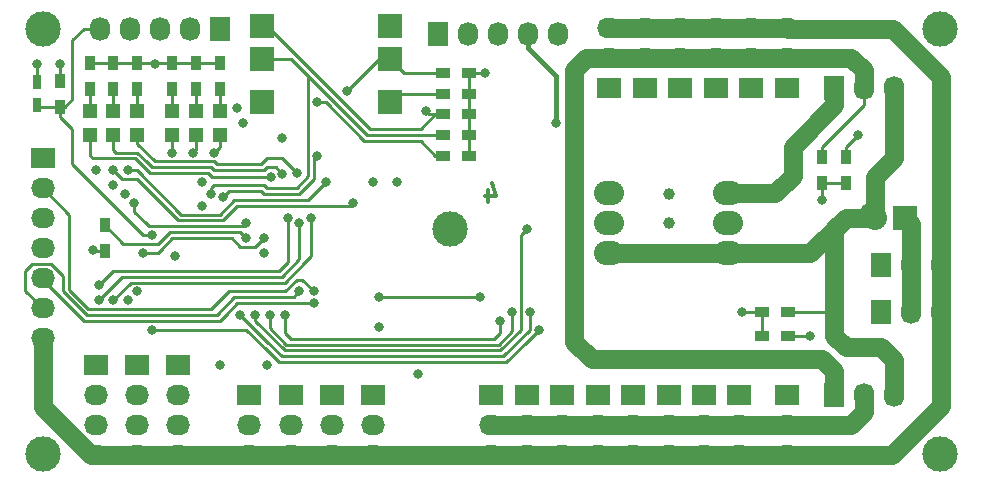
<source format=gbr>
G04 #@! TF.FileFunction,Copper,L4,Bot,Signal*
%FSLAX46Y46*%
G04 Gerber Fmt 4.6, Leading zero omitted, Abs format (unit mm)*
G04 Created by KiCad (PCBNEW 4.0.0-rc1-stable) date 19/11/2015 21:53:00*
%MOMM*%
G01*
G04 APERTURE LIST*
%ADD10C,0.100000*%
%ADD11C,0.300000*%
%ADD12R,0.750000X1.200000*%
%ADD13R,1.727200X2.032000*%
%ADD14O,1.727200X2.032000*%
%ADD15R,1.198880X1.198880*%
%ADD16C,3.000000*%
%ADD17R,2.032000X1.727200*%
%ADD18O,2.032000X1.727200*%
%ADD19R,1.200000X0.900000*%
%ADD20R,0.900000X1.200000*%
%ADD21R,2.100000X2.100000*%
%ADD22O,2.540000X2.032000*%
%ADD23R,2.032000X2.032000*%
%ADD24O,2.032000X2.032000*%
%ADD25C,0.800000*%
%ADD26C,1.000000*%
%ADD27C,0.250000*%
%ADD28C,1.600000*%
%ADD29C,0.400000*%
G04 APERTURE END LIST*
D10*
D11*
X164714285Y-70678571D02*
X164714285Y-71678571D01*
X165071428Y-70107143D02*
X165428571Y-71178571D01*
X164499999Y-71178571D01*
D12*
X126500000Y-63450000D03*
X126500000Y-61550000D03*
D13*
X198000000Y-77000000D03*
D14*
X200540000Y-77000000D03*
X203080000Y-77000000D03*
D15*
X131000000Y-63950980D03*
X131000000Y-66049020D03*
X133000000Y-63950980D03*
X133000000Y-66049020D03*
X135000000Y-63950980D03*
X135000000Y-66049020D03*
X138000000Y-63950980D03*
X138000000Y-66049020D03*
X140000000Y-63950980D03*
X140000000Y-66049020D03*
X142000000Y-63950980D03*
X142000000Y-66049020D03*
D13*
X160500000Y-57500000D03*
D14*
X163040000Y-57500000D03*
X165580000Y-57500000D03*
X168120000Y-57500000D03*
X170660000Y-57500000D03*
D16*
X161500000Y-74000000D03*
D17*
X144500000Y-88000000D03*
D18*
X144500000Y-90540000D03*
X144500000Y-93080000D03*
D17*
X148000000Y-88000000D03*
D18*
X148000000Y-90540000D03*
X148000000Y-93080000D03*
D17*
X151500000Y-88000000D03*
D18*
X151500000Y-90540000D03*
X151500000Y-93080000D03*
D17*
X155000000Y-88000000D03*
D18*
X155000000Y-90540000D03*
X155000000Y-93080000D03*
D16*
X127000000Y-57000000D03*
X203000000Y-57000000D03*
X203000000Y-93000000D03*
X127000000Y-93000000D03*
D13*
X198000000Y-81000000D03*
D14*
X200540000Y-81000000D03*
X203080000Y-81000000D03*
D19*
X163100000Y-62500000D03*
X160900000Y-62500000D03*
D20*
X193000000Y-67900000D03*
X193000000Y-70100000D03*
X131000000Y-59900000D03*
X131000000Y-62100000D03*
X133000000Y-59900000D03*
X133000000Y-62100000D03*
D19*
X190100000Y-81000000D03*
X187900000Y-81000000D03*
X187900000Y-83000000D03*
X190100000Y-83000000D03*
D20*
X132250000Y-73650000D03*
X132250000Y-75850000D03*
X128500000Y-61400000D03*
X128500000Y-63600000D03*
X195000000Y-70100000D03*
X195000000Y-67900000D03*
X135000000Y-59900000D03*
X135000000Y-62100000D03*
X138000000Y-59900000D03*
X138000000Y-62100000D03*
X140000000Y-59900000D03*
X140000000Y-62100000D03*
X142000000Y-59900000D03*
X142000000Y-62100000D03*
D17*
X187000000Y-62000000D03*
D18*
X187000000Y-59460000D03*
X187000000Y-56920000D03*
D17*
X184000000Y-62000000D03*
D18*
X184000000Y-59460000D03*
X184000000Y-56920000D03*
D17*
X181000000Y-62000000D03*
D18*
X181000000Y-59460000D03*
X181000000Y-56920000D03*
D17*
X178000000Y-62000000D03*
D18*
X178000000Y-59460000D03*
X178000000Y-56920000D03*
D17*
X175000000Y-62000000D03*
D18*
X175000000Y-59460000D03*
X175000000Y-56920000D03*
D17*
X190000000Y-62000000D03*
D18*
X190000000Y-59460000D03*
X190000000Y-56920000D03*
D17*
X177000000Y-88000000D03*
D18*
X177000000Y-90540000D03*
X177000000Y-93080000D03*
D17*
X180000000Y-88000000D03*
D18*
X180000000Y-90540000D03*
X180000000Y-93080000D03*
D17*
X183000000Y-88000000D03*
D18*
X183000000Y-90540000D03*
X183000000Y-93080000D03*
D17*
X186000000Y-88000000D03*
D18*
X186000000Y-90540000D03*
X186000000Y-93080000D03*
D17*
X165000000Y-88000000D03*
D18*
X165000000Y-90540000D03*
X165000000Y-93080000D03*
D17*
X168000000Y-88000000D03*
D18*
X168000000Y-90540000D03*
X168000000Y-93080000D03*
D17*
X171000000Y-88000000D03*
D18*
X171000000Y-90540000D03*
X171000000Y-93080000D03*
D17*
X174000000Y-88000000D03*
D18*
X174000000Y-90540000D03*
X174000000Y-93080000D03*
D17*
X190000000Y-88000000D03*
D18*
X190000000Y-90540000D03*
X190000000Y-93080000D03*
D13*
X194000000Y-62000000D03*
D14*
X196540000Y-62000000D03*
X199080000Y-62000000D03*
D13*
X194000000Y-88000000D03*
D14*
X196540000Y-88000000D03*
X199080000Y-88000000D03*
D17*
X127000000Y-68000000D03*
D18*
X127000000Y-70540000D03*
X127000000Y-73080000D03*
X127000000Y-75620000D03*
X127000000Y-78160000D03*
X127000000Y-80700000D03*
X127000000Y-83240000D03*
D13*
X142000000Y-57000000D03*
D14*
X139460000Y-57000000D03*
X136920000Y-57000000D03*
X134380000Y-57000000D03*
X131840000Y-57000000D03*
D19*
X163100000Y-67750000D03*
X160900000Y-67750000D03*
X163100000Y-66000000D03*
X160900000Y-66000000D03*
X163100000Y-64250000D03*
X160900000Y-64250000D03*
X163100000Y-60750000D03*
X160900000Y-60750000D03*
D21*
X145600000Y-56750000D03*
X156400000Y-56750000D03*
X145600000Y-59550000D03*
X156400000Y-59550000D03*
X156400000Y-63250000D03*
X145600000Y-63250000D03*
D22*
X185000000Y-73500000D03*
X185000000Y-70960000D03*
X185000000Y-76040000D03*
X175000000Y-73500000D03*
X175000000Y-70960000D03*
X175000000Y-76040000D03*
D23*
X200000000Y-73000000D03*
D24*
X197460000Y-73000000D03*
D17*
X138500000Y-85500000D03*
D18*
X138500000Y-88040000D03*
X138500000Y-90580000D03*
X138500000Y-93120000D03*
D17*
X135000000Y-85500000D03*
D18*
X135000000Y-88040000D03*
X135000000Y-90580000D03*
X135000000Y-93120000D03*
D17*
X131500000Y-85500000D03*
D18*
X131500000Y-88040000D03*
X131500000Y-90580000D03*
X131500000Y-93120000D03*
D25*
X145750000Y-76000000D03*
X158750000Y-86250000D03*
X131250000Y-75750000D03*
D26*
X180000000Y-73500000D03*
D25*
X134000000Y-71000000D03*
X147250000Y-66250000D03*
X131500000Y-69000000D03*
X135000000Y-79250000D03*
X140500000Y-70000000D03*
X142000000Y-85500000D03*
X157000000Y-70000000D03*
X126500000Y-60000000D03*
X192000000Y-83000000D03*
X196000000Y-66000000D03*
X155500000Y-82250000D03*
D26*
X180000000Y-71000000D03*
D25*
X133000000Y-70250000D03*
X144000000Y-65000000D03*
X164500000Y-60750000D03*
X134250000Y-80000000D03*
X143500000Y-63750000D03*
X140500000Y-72000000D03*
X146000000Y-85500000D03*
X155000000Y-70000000D03*
X128500000Y-60000000D03*
X136500000Y-60000000D03*
X136250000Y-74500000D03*
X146300000Y-69600000D03*
X147300000Y-69300000D03*
X134750000Y-71750000D03*
X144250000Y-73500000D03*
X145750000Y-74750000D03*
X135500000Y-76000000D03*
X144250000Y-74750000D03*
X168250000Y-81000000D03*
X143750000Y-81250000D03*
X166750000Y-81000000D03*
X146250000Y-81250000D03*
X155500000Y-79750000D03*
X164000000Y-79750000D03*
X150000000Y-79250000D03*
X150000000Y-80250000D03*
X134250000Y-69000000D03*
X151000000Y-70000000D03*
X133000000Y-69000000D03*
X153250000Y-71750000D03*
X186250000Y-81000000D03*
X169000000Y-82500000D03*
X136250000Y-82500000D03*
X138250000Y-76250000D03*
X150250000Y-63250000D03*
X141250000Y-71000000D03*
X150250000Y-67750000D03*
X142250000Y-71250000D03*
X159500000Y-64000000D03*
X152750000Y-62250000D03*
X148500000Y-69250000D03*
X138000000Y-67500000D03*
X139750000Y-67500000D03*
X141500000Y-67500000D03*
X170500000Y-65000000D03*
X168000000Y-74000000D03*
X145000000Y-81250000D03*
X133000000Y-80000000D03*
X149750000Y-73000000D03*
X131750000Y-80000000D03*
X148750000Y-73500000D03*
X131750000Y-78750000D03*
X147750000Y-73000000D03*
X148750000Y-79250000D03*
X165750000Y-81750000D03*
X193000000Y-71500000D03*
X147500000Y-81250000D03*
D27*
X160900000Y-62500000D02*
X157150000Y-62500000D01*
X157150000Y-62500000D02*
X156400000Y-63250000D01*
X132250000Y-75850000D02*
X131350000Y-75850000D01*
X131350000Y-75850000D02*
X131250000Y-75750000D01*
D28*
X132500000Y-93080000D02*
X131080000Y-93080000D01*
X127000000Y-89000000D02*
X127000000Y-83240000D01*
X131080000Y-93080000D02*
X127000000Y-89000000D01*
X136000000Y-93080000D02*
X132500000Y-93080000D01*
X139500000Y-93080000D02*
X136000000Y-93080000D01*
X143000000Y-93080000D02*
X139500000Y-93080000D01*
X149500000Y-93080000D02*
X143000000Y-93080000D01*
X154000000Y-93080000D02*
X149500000Y-93080000D01*
X158500000Y-93080000D02*
X154000000Y-93080000D01*
X165000000Y-93080000D02*
X158500000Y-93080000D01*
D27*
X126500000Y-61550000D02*
X126500000Y-60000000D01*
X190100000Y-83000000D02*
X192000000Y-83000000D01*
X195000000Y-67900000D02*
X195000000Y-67000000D01*
X195000000Y-67000000D02*
X196000000Y-66000000D01*
D28*
X175000000Y-56920000D02*
X190000000Y-56920000D01*
X190000000Y-56920000D02*
X190080000Y-57000000D01*
X190080000Y-57000000D02*
X199000000Y-57000000D01*
X199000000Y-57000000D02*
X203080000Y-61080000D01*
X203080000Y-61080000D02*
X203080000Y-77000000D01*
X165000000Y-93080000D02*
X198920000Y-93080000D01*
X203080000Y-88920000D02*
X203080000Y-84000000D01*
X203080000Y-84000000D02*
X203080000Y-77000000D01*
X198920000Y-93080000D02*
X203080000Y-88920000D01*
D27*
X163100000Y-60750000D02*
X164500000Y-60750000D01*
X163100000Y-62500000D02*
X163100000Y-60750000D01*
X163100000Y-66000000D02*
X163100000Y-67750000D01*
X163100000Y-64250000D02*
X163100000Y-66000000D01*
X163100000Y-62500000D02*
X163100000Y-64250000D01*
X128500000Y-61400000D02*
X128500000Y-60000000D01*
X135000000Y-59900000D02*
X136400000Y-59900000D01*
X136400000Y-59900000D02*
X136500000Y-60000000D01*
X142000000Y-59900000D02*
X140000000Y-59900000D01*
X140000000Y-59900000D02*
X138000000Y-59900000D01*
X138000000Y-59900000D02*
X135000000Y-59900000D01*
X135000000Y-59900000D02*
X133000000Y-59900000D01*
X133000000Y-59900000D02*
X131000000Y-59900000D01*
X136250000Y-74500000D02*
X135500000Y-74500000D01*
X135500000Y-74500000D02*
X134500000Y-73500000D01*
X128500000Y-64500000D02*
X129500000Y-65500000D01*
X129500000Y-65500000D02*
X129500000Y-68500000D01*
X129500000Y-68500000D02*
X134500000Y-73500000D01*
X128500000Y-64500000D02*
X128500000Y-63600000D01*
X128500000Y-63600000D02*
X128900000Y-63600000D01*
X128900000Y-63600000D02*
X129500000Y-63000000D01*
X130500000Y-57000000D02*
X131840000Y-57000000D01*
X129500000Y-58000000D02*
X130500000Y-57000000D01*
X129500000Y-63000000D02*
X129500000Y-58000000D01*
X128500000Y-63600000D02*
X126650000Y-63600000D01*
X126650000Y-63600000D02*
X126500000Y-63450000D01*
X131840000Y-57000000D02*
X131000000Y-57000000D01*
X128900000Y-63600000D02*
X128000000Y-63600000D01*
X131000000Y-62100000D02*
X131000000Y-63950980D01*
X133000000Y-68000000D02*
X134863602Y-68000000D01*
X134863602Y-68000000D02*
X136113602Y-69250000D01*
X146300000Y-69600000D02*
X141350000Y-69600000D01*
X141000000Y-69250000D02*
X136113602Y-69250000D01*
X141350000Y-69600000D02*
X141000000Y-69250000D01*
X131000000Y-67750000D02*
X131000000Y-66049020D01*
X131250000Y-68000000D02*
X131000000Y-67750000D01*
X133000000Y-68000000D02*
X131250000Y-68000000D01*
X133000000Y-62100000D02*
X133000000Y-63950980D01*
X147300000Y-69300000D02*
X146750000Y-68750000D01*
X136250000Y-68750000D02*
X135750000Y-68250000D01*
X141250000Y-68750000D02*
X136250000Y-68750000D01*
X141500000Y-69000000D02*
X141250000Y-68750000D01*
X145750000Y-69000000D02*
X141500000Y-69000000D01*
X146000000Y-68750000D02*
X145750000Y-69000000D01*
X146750000Y-68750000D02*
X146000000Y-68750000D01*
X133000000Y-67250000D02*
X133000000Y-66049020D01*
X133250000Y-67500000D02*
X133000000Y-67250000D01*
X135000000Y-67500000D02*
X133250000Y-67500000D01*
X135750000Y-68250000D02*
X135000000Y-67500000D01*
X142000000Y-73750000D02*
X144000000Y-73750000D01*
X144000000Y-73750000D02*
X144250000Y-73500000D01*
X136000000Y-73750000D02*
X135750000Y-73500000D01*
X142000000Y-73750000D02*
X136000000Y-73750000D01*
X134750000Y-72500000D02*
X134750000Y-71750000D01*
X135750000Y-73500000D02*
X134750000Y-72500000D01*
X141500000Y-74750000D02*
X143000000Y-74750000D01*
X143000000Y-74750000D02*
X143750000Y-75500000D01*
X145750000Y-74750000D02*
X145000000Y-75500000D01*
X145000000Y-75500000D02*
X143750000Y-75500000D01*
X137000000Y-75750000D02*
X136750000Y-76000000D01*
X136750000Y-76000000D02*
X135500000Y-76000000D01*
X138000000Y-74750000D02*
X137000000Y-75750000D01*
X141500000Y-74750000D02*
X138000000Y-74750000D01*
X142250000Y-74250000D02*
X143750000Y-74250000D01*
X143750000Y-74250000D02*
X144250000Y-74750000D01*
X133850000Y-75250000D02*
X132250000Y-73650000D01*
X136750000Y-75250000D02*
X133850000Y-75250000D01*
X137750000Y-74250000D02*
X136750000Y-75250000D01*
X142250000Y-74250000D02*
X137750000Y-74250000D01*
X146000000Y-83500000D02*
X147250000Y-84750000D01*
X168250000Y-82500000D02*
X168250000Y-81000000D01*
X166000000Y-84750000D02*
X168250000Y-82500000D01*
X147250000Y-84750000D02*
X166000000Y-84750000D01*
X146000000Y-83500000D02*
X143750000Y-81250000D01*
X146250000Y-81250000D02*
X146250000Y-82363602D01*
X166750000Y-82613602D02*
X166750000Y-81000000D01*
X165613602Y-83750000D02*
X166750000Y-82613602D01*
X147636398Y-83750000D02*
X165613602Y-83750000D01*
X146250000Y-82363602D02*
X147636398Y-83750000D01*
X155500000Y-79750000D02*
X164000000Y-79750000D01*
D28*
X186000000Y-90540000D02*
X190000000Y-90540000D01*
X183000000Y-90540000D02*
X186000000Y-90540000D01*
X183000000Y-90540000D02*
X180000000Y-90540000D01*
X177000000Y-90540000D02*
X180000000Y-90540000D01*
X177000000Y-90540000D02*
X174000000Y-90540000D01*
X171000000Y-90540000D02*
X174000000Y-90540000D01*
X168000000Y-90540000D02*
X171000000Y-90540000D01*
X165000000Y-90540000D02*
X168000000Y-90540000D01*
X190000000Y-90540000D02*
X195460000Y-90540000D01*
X195460000Y-90540000D02*
X196540000Y-89460000D01*
X196540000Y-89460000D02*
X196540000Y-88000000D01*
X165000000Y-90540000D02*
X190000000Y-90540000D01*
D27*
X148500000Y-78250000D02*
X149000000Y-78250000D01*
X149000000Y-78250000D02*
X150000000Y-79250000D01*
X142750000Y-79250000D02*
X147500000Y-79250000D01*
X147500000Y-79250000D02*
X148500000Y-78250000D01*
X141750000Y-80250000D02*
X141250000Y-80750000D01*
X129250000Y-72790000D02*
X127000000Y-70540000D01*
X129250000Y-79113602D02*
X129250000Y-72790000D01*
X130886398Y-80750000D02*
X129250000Y-79113602D01*
X141250000Y-80750000D02*
X130886398Y-80750000D01*
X142750000Y-79250000D02*
X141750000Y-80250000D01*
X142500000Y-81250000D02*
X142000000Y-81750000D01*
X130500000Y-81750000D02*
X127000000Y-78250000D01*
X135000000Y-81750000D02*
X130500000Y-81750000D01*
X142000000Y-81750000D02*
X135000000Y-81750000D01*
X127000000Y-78250000D02*
X127000000Y-78160000D01*
X150000000Y-80250000D02*
X143500000Y-80250000D01*
X143500000Y-80250000D02*
X142500000Y-81250000D01*
X135000000Y-69000000D02*
X134250000Y-69000000D01*
X138750000Y-72750000D02*
X135000000Y-69000000D01*
X142000000Y-72750000D02*
X138750000Y-72750000D01*
X143250000Y-71500000D02*
X142000000Y-72750000D01*
X149500000Y-71500000D02*
X143250000Y-71500000D01*
X151000000Y-70000000D02*
X149500000Y-71500000D01*
X148000000Y-72000000D02*
X143500000Y-72000000D01*
X143500000Y-72000000D02*
X142250000Y-73250000D01*
X142250000Y-73250000D02*
X138500000Y-73250000D01*
X138500000Y-73250000D02*
X135000000Y-69750000D01*
X135000000Y-69750000D02*
X133750000Y-69750000D01*
X133750000Y-69750000D02*
X133000000Y-69000000D01*
X153000000Y-72000000D02*
X153250000Y-71750000D01*
X148000000Y-72000000D02*
X153000000Y-72000000D01*
X146000000Y-84250000D02*
X147000000Y-85250000D01*
X166250000Y-85250000D02*
X168000000Y-83500000D01*
X147000000Y-85250000D02*
X166250000Y-85250000D01*
X168000000Y-83500000D02*
X169000000Y-82500000D01*
X186250000Y-81000000D02*
X187900000Y-81000000D01*
X146000000Y-84250000D02*
X144250000Y-82500000D01*
X144250000Y-82500000D02*
X141500000Y-82500000D01*
X136250000Y-82500000D02*
X141500000Y-82500000D01*
X187900000Y-81000000D02*
X187900000Y-83000000D01*
X150250000Y-63250000D02*
X150750000Y-63250000D01*
X159000000Y-66500000D02*
X157000000Y-66500000D01*
X160250000Y-67750000D02*
X159000000Y-66500000D01*
X160900000Y-67750000D02*
X160250000Y-67750000D01*
X151000000Y-63250000D02*
X154250000Y-66500000D01*
X154250000Y-66500000D02*
X157000000Y-66500000D01*
X150750000Y-63250000D02*
X151000000Y-63250000D01*
X149500000Y-64250000D02*
X149500000Y-61000000D01*
X141250000Y-71000000D02*
X141250000Y-70500000D01*
X141250000Y-70500000D02*
X141500000Y-70250000D01*
X141500000Y-70250000D02*
X145750000Y-70250000D01*
X145750000Y-70250000D02*
X146000000Y-70500000D01*
X146000000Y-70500000D02*
X147250000Y-70500000D01*
X147250000Y-70500000D02*
X148500000Y-70500000D01*
X148500000Y-70500000D02*
X149500000Y-69500000D01*
X149500000Y-69500000D02*
X149500000Y-64250000D01*
X149500000Y-61000000D02*
X149000000Y-60500000D01*
X145600000Y-59550000D02*
X148050000Y-59550000D01*
X154500000Y-66000000D02*
X160900000Y-66000000D01*
X148050000Y-59550000D02*
X149000000Y-60500000D01*
X149000000Y-60500000D02*
X154500000Y-66000000D01*
X150000000Y-69750000D02*
X149750000Y-70000000D01*
X150000000Y-68000000D02*
X150000000Y-69750000D01*
X150250000Y-67750000D02*
X150000000Y-68000000D01*
X142250000Y-71250000D02*
X142750000Y-70750000D01*
X142750000Y-70750000D02*
X145500000Y-70750000D01*
X145500000Y-70750000D02*
X145750000Y-71000000D01*
X145750000Y-71000000D02*
X148750000Y-71000000D01*
X148750000Y-71000000D02*
X149750000Y-70000000D01*
X159750000Y-64250000D02*
X160900000Y-64250000D01*
X159500000Y-64000000D02*
X159750000Y-64250000D01*
X145600000Y-56750000D02*
X146000000Y-56750000D01*
X146000000Y-56750000D02*
X154750000Y-65500000D01*
X160250000Y-64250000D02*
X160900000Y-64250000D01*
X159000000Y-65500000D02*
X160250000Y-64250000D01*
X154750000Y-65500000D02*
X159000000Y-65500000D01*
X152750000Y-62250000D02*
X155450000Y-59550000D01*
X155450000Y-59550000D02*
X156400000Y-59550000D01*
X160900000Y-60750000D02*
X157600000Y-60750000D01*
X157600000Y-60750000D02*
X156400000Y-59550000D01*
X135000000Y-62100000D02*
X135000000Y-63950980D01*
X147250000Y-68000000D02*
X146000000Y-68000000D01*
X135000000Y-66750000D02*
X135000000Y-66049020D01*
X136500000Y-68250000D02*
X135000000Y-66750000D01*
X141500000Y-68250000D02*
X136500000Y-68250000D01*
X141750000Y-68500000D02*
X141500000Y-68250000D01*
X145500000Y-68500000D02*
X141750000Y-68500000D01*
X146000000Y-68000000D02*
X145500000Y-68500000D01*
X148500000Y-69250000D02*
X147250000Y-68000000D01*
X138000000Y-62100000D02*
X138000000Y-63950980D01*
X138000000Y-67500000D02*
X138000000Y-66049020D01*
X140000000Y-62100000D02*
X140000000Y-63950980D01*
X140000000Y-67250000D02*
X140000000Y-66049020D01*
X139750000Y-67500000D02*
X140000000Y-67250000D01*
X140000000Y-66500000D02*
X140000000Y-66049020D01*
X142000000Y-62100000D02*
X142000000Y-63950980D01*
X142000000Y-67000000D02*
X142000000Y-66049020D01*
X141500000Y-67500000D02*
X142000000Y-67000000D01*
D29*
X168120000Y-58620000D02*
X170500000Y-61000000D01*
X170500000Y-61000000D02*
X170500000Y-65000000D01*
X168120000Y-57500000D02*
X168120000Y-58620000D01*
D28*
X194000000Y-62000000D02*
X194000000Y-63500000D01*
X194000000Y-63500000D02*
X190500000Y-67000000D01*
X190500000Y-67000000D02*
X190500000Y-69500000D01*
X190500000Y-69500000D02*
X189040000Y-70960000D01*
X189040000Y-70960000D02*
X185000000Y-70960000D01*
X194000000Y-62000000D02*
X194000000Y-63000000D01*
X187000000Y-59460000D02*
X190000000Y-59460000D01*
X184000000Y-59460000D02*
X187000000Y-59460000D01*
X181000000Y-59460000D02*
X184000000Y-59460000D01*
X178000000Y-59460000D02*
X181000000Y-59460000D01*
X175000000Y-59460000D02*
X173040000Y-59460000D01*
X194000000Y-86000000D02*
X194000000Y-88000000D01*
X193000000Y-85000000D02*
X194000000Y-86000000D01*
X173500000Y-85000000D02*
X193000000Y-85000000D01*
X172000000Y-83500000D02*
X173500000Y-85000000D01*
X172000000Y-60500000D02*
X172000000Y-83500000D01*
X173040000Y-59460000D02*
X172000000Y-60500000D01*
D27*
X196540000Y-62000000D02*
X196540000Y-63460000D01*
X193000000Y-67000000D02*
X193000000Y-67900000D01*
X196540000Y-63460000D02*
X193000000Y-67000000D01*
D28*
X190000000Y-59460000D02*
X195460000Y-59460000D01*
X195460000Y-59460000D02*
X196540000Y-60540000D01*
X196540000Y-60540000D02*
X196540000Y-62000000D01*
X175000000Y-59460000D02*
X190000000Y-59460000D01*
D27*
X190100000Y-81000000D02*
X194000000Y-81000000D01*
X194000000Y-81000000D02*
X194500000Y-81000000D01*
X194500000Y-81000000D02*
X194000000Y-81000000D01*
D28*
X175000000Y-76040000D02*
X185000000Y-76040000D01*
X185000000Y-76040000D02*
X191960000Y-76040000D01*
X191960000Y-76040000D02*
X195000000Y-73000000D01*
X197000000Y-72540000D02*
X197460000Y-73000000D01*
X199080000Y-62000000D02*
X199080000Y-66000000D01*
X199080000Y-67920000D02*
X197460000Y-69540000D01*
X197460000Y-69540000D02*
X197460000Y-73000000D01*
X199080000Y-66000000D02*
X199080000Y-67920000D01*
X194000000Y-76000000D02*
X194000000Y-81000000D01*
X194000000Y-81000000D02*
X194000000Y-83000000D01*
X199080000Y-85080000D02*
X199080000Y-88000000D01*
X198000000Y-84000000D02*
X199080000Y-85080000D01*
X195000000Y-84000000D02*
X198000000Y-84000000D01*
X194000000Y-83000000D02*
X195000000Y-84000000D01*
X197460000Y-73000000D02*
X195000000Y-73000000D01*
X194000000Y-74000000D02*
X194000000Y-76000000D01*
X195000000Y-73000000D02*
X194000000Y-74000000D01*
D27*
X145000000Y-81250000D02*
X145000000Y-81750000D01*
X167500000Y-82500000D02*
X167500000Y-81500000D01*
X165750000Y-84250000D02*
X167500000Y-82500000D01*
X147500000Y-84250000D02*
X165750000Y-84250000D01*
X145000000Y-81750000D02*
X147500000Y-84250000D01*
X167500000Y-81500000D02*
X167500000Y-80000000D01*
X167500000Y-80000000D02*
X167500000Y-74500000D01*
X167500000Y-74500000D02*
X168000000Y-74000000D01*
X135000000Y-78500000D02*
X134500000Y-78500000D01*
X134500000Y-78500000D02*
X133000000Y-80000000D01*
X149750000Y-76250000D02*
X149250000Y-76750000D01*
X149750000Y-73000000D02*
X149750000Y-76250000D01*
X147500000Y-78500000D02*
X149250000Y-76750000D01*
X135000000Y-78500000D02*
X147500000Y-78500000D01*
X148750000Y-76500000D02*
X147250000Y-78000000D01*
X147250000Y-78000000D02*
X133750000Y-78000000D01*
X133750000Y-78000000D02*
X131750000Y-80000000D01*
X148750000Y-73500000D02*
X148750000Y-76500000D01*
X147750000Y-76750000D02*
X147000000Y-77500000D01*
X147000000Y-77500000D02*
X133000000Y-77500000D01*
X133000000Y-77500000D02*
X131750000Y-78750000D01*
X147750000Y-73000000D02*
X147750000Y-76750000D01*
X143250000Y-79750000D02*
X148250000Y-79750000D01*
X148250000Y-79750000D02*
X148750000Y-79250000D01*
X143250000Y-79750000D02*
X141750000Y-81250000D01*
X141750000Y-81250000D02*
X140250000Y-81250000D01*
X140250000Y-81250000D02*
X130750000Y-81250000D01*
X128750000Y-78500000D02*
X128750000Y-77950000D01*
X130299998Y-80799998D02*
X128750000Y-79250000D01*
X128750000Y-79250000D02*
X128750000Y-78500000D01*
X128750000Y-77950000D02*
X127700000Y-76900000D01*
X127700000Y-76900000D02*
X126100000Y-76900000D01*
X126100000Y-76900000D02*
X125500000Y-77500000D01*
X125500000Y-77500000D02*
X125500000Y-79200000D01*
X125500000Y-79200000D02*
X127000000Y-80700000D01*
X130750000Y-81250000D02*
X130299998Y-80799998D01*
X163750000Y-83250000D02*
X165250000Y-83250000D01*
X165750000Y-82750000D02*
X165750000Y-81750000D01*
X165250000Y-83250000D02*
X165750000Y-82750000D01*
X147500000Y-81250000D02*
X147500000Y-82750000D01*
X148000000Y-83250000D02*
X163750000Y-83250000D01*
X147500000Y-82750000D02*
X148000000Y-83250000D01*
X193000000Y-71500000D02*
X193000000Y-70100000D01*
X193000000Y-70100000D02*
X195000000Y-70100000D01*
D28*
X200540000Y-77000000D02*
X200540000Y-73540000D01*
X200540000Y-73540000D02*
X200000000Y-73000000D01*
X200540000Y-81000000D02*
X200540000Y-77000000D01*
M02*

</source>
